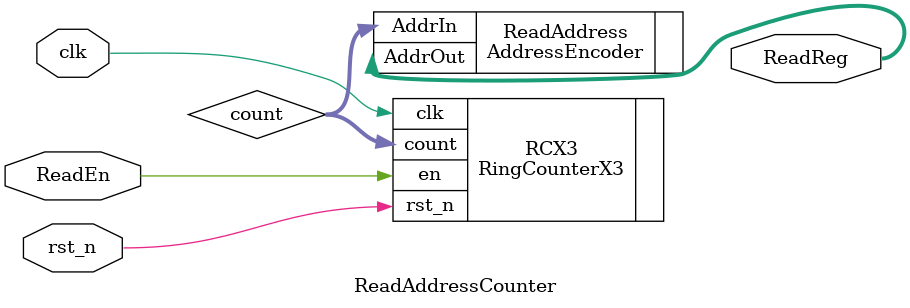
<source format=v>
`timescale 1ns / 1ps


module ReadAddressCounter(ReadEn, clk, rst_n, ReadReg);

    parameter set1 = 14;
    input ReadEn, clk, rst_n;
    output [3:0] ReadReg;
    wire [14:0] count;

    // parameter¸¦ ÀÌ¿ëÇÏ¿© °¢°¢ÀÇ RingCounter¸¦ ÀÌ¿ëÇÑ ReadAddressCounter 
    RingCounterX3 #(.set2(set1)) RCX3 (.en(ReadEn), .clk(clk), .rst_n(rst_n), .count(count));
    AddressEncoder ReadAddress (.AddrIn(count), .AddrOut(ReadReg));
endmodule

</source>
